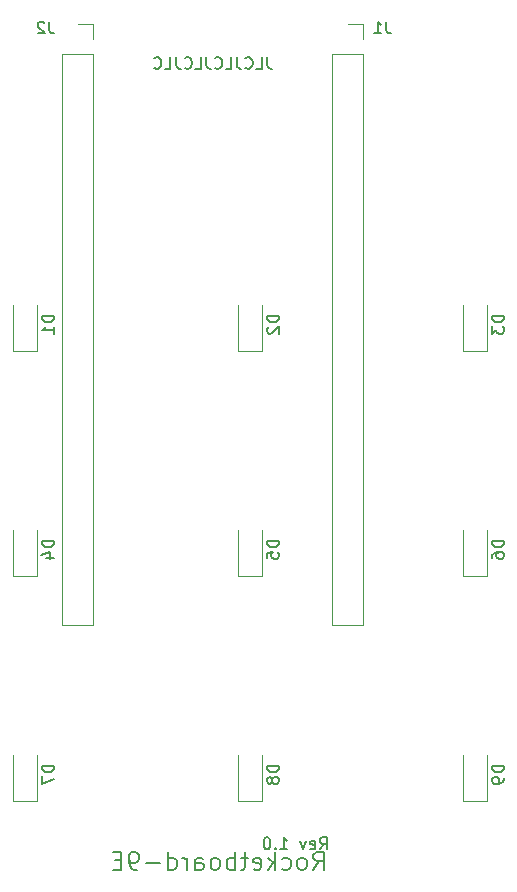
<source format=gbr>
%TF.GenerationSoftware,KiCad,Pcbnew,(5.1.6)-1*%
%TF.CreationDate,2021-09-03T02:09:39-07:00*%
%TF.ProjectId,Rocketboard-9E,526f636b-6574-4626-9f61-72642d39452e,1.0*%
%TF.SameCoordinates,Original*%
%TF.FileFunction,Legend,Bot*%
%TF.FilePolarity,Positive*%
%FSLAX46Y46*%
G04 Gerber Fmt 4.6, Leading zero omitted, Abs format (unit mm)*
G04 Created by KiCad (PCBNEW (5.1.6)-1) date 2021-09-03 02:09:39*
%MOMM*%
%LPD*%
G01*
G04 APERTURE LIST*
%ADD10C,0.200000*%
%ADD11C,0.120000*%
%ADD12C,0.150000*%
G04 APERTURE END LIST*
D10*
X137019047Y-61152380D02*
X137019047Y-61866666D01*
X137066666Y-62009523D01*
X137161904Y-62104761D01*
X137304761Y-62152380D01*
X137400000Y-62152380D01*
X136066666Y-62152380D02*
X136542857Y-62152380D01*
X136542857Y-61152380D01*
X135161904Y-62057142D02*
X135209523Y-62104761D01*
X135352380Y-62152380D01*
X135447619Y-62152380D01*
X135590476Y-62104761D01*
X135685714Y-62009523D01*
X135733333Y-61914285D01*
X135780952Y-61723809D01*
X135780952Y-61580952D01*
X135733333Y-61390476D01*
X135685714Y-61295238D01*
X135590476Y-61200000D01*
X135447619Y-61152380D01*
X135352380Y-61152380D01*
X135209523Y-61200000D01*
X135161904Y-61247619D01*
X134447619Y-61152380D02*
X134447619Y-61866666D01*
X134495238Y-62009523D01*
X134590476Y-62104761D01*
X134733333Y-62152380D01*
X134828571Y-62152380D01*
X133495238Y-62152380D02*
X133971428Y-62152380D01*
X133971428Y-61152380D01*
X132590476Y-62057142D02*
X132638095Y-62104761D01*
X132780952Y-62152380D01*
X132876190Y-62152380D01*
X133019047Y-62104761D01*
X133114285Y-62009523D01*
X133161904Y-61914285D01*
X133209523Y-61723809D01*
X133209523Y-61580952D01*
X133161904Y-61390476D01*
X133114285Y-61295238D01*
X133019047Y-61200000D01*
X132876190Y-61152380D01*
X132780952Y-61152380D01*
X132638095Y-61200000D01*
X132590476Y-61247619D01*
X131876190Y-61152380D02*
X131876190Y-61866666D01*
X131923809Y-62009523D01*
X132019047Y-62104761D01*
X132161904Y-62152380D01*
X132257142Y-62152380D01*
X130923809Y-62152380D02*
X131400000Y-62152380D01*
X131400000Y-61152380D01*
X130019047Y-62057142D02*
X130066666Y-62104761D01*
X130209523Y-62152380D01*
X130304761Y-62152380D01*
X130447619Y-62104761D01*
X130542857Y-62009523D01*
X130590476Y-61914285D01*
X130638095Y-61723809D01*
X130638095Y-61580952D01*
X130590476Y-61390476D01*
X130542857Y-61295238D01*
X130447619Y-61200000D01*
X130304761Y-61152380D01*
X130209523Y-61152380D01*
X130066666Y-61200000D01*
X130019047Y-61247619D01*
X129304761Y-61152380D02*
X129304761Y-61866666D01*
X129352380Y-62009523D01*
X129447619Y-62104761D01*
X129590476Y-62152380D01*
X129685714Y-62152380D01*
X128352380Y-62152380D02*
X128828571Y-62152380D01*
X128828571Y-61152380D01*
X127447619Y-62057142D02*
X127495238Y-62104761D01*
X127638095Y-62152380D01*
X127733333Y-62152380D01*
X127876190Y-62104761D01*
X127971428Y-62009523D01*
X128019047Y-61914285D01*
X128066666Y-61723809D01*
X128066666Y-61580952D01*
X128019047Y-61390476D01*
X127971428Y-61295238D01*
X127876190Y-61200000D01*
X127733333Y-61152380D01*
X127638095Y-61152380D01*
X127495238Y-61200000D01*
X127447619Y-61247619D01*
D11*
%TO.C,J2*%
X122300000Y-109260000D02*
X119640000Y-109260000D01*
X122300000Y-60940000D02*
X122300000Y-109260000D01*
X119640000Y-60940000D02*
X119640000Y-109260000D01*
X122300000Y-60940000D02*
X119640000Y-60940000D01*
X122300000Y-59670000D02*
X122300000Y-58340000D01*
X122300000Y-58340000D02*
X120970000Y-58340000D01*
%TO.C,J1*%
X145160000Y-109260000D02*
X142500000Y-109260000D01*
X145160000Y-60940000D02*
X145160000Y-109260000D01*
X142500000Y-60940000D02*
X142500000Y-109260000D01*
X145160000Y-60940000D02*
X142500000Y-60940000D01*
X145160000Y-59670000D02*
X145160000Y-58340000D01*
X145160000Y-58340000D02*
X143830000Y-58340000D01*
%TO.C,D9*%
X155600000Y-124150000D02*
X153600000Y-124150000D01*
X153600000Y-124150000D02*
X153600000Y-120250000D01*
X155600000Y-124150000D02*
X155600000Y-120250000D01*
%TO.C,D8*%
X136550000Y-124150000D02*
X134550000Y-124150000D01*
X134550000Y-124150000D02*
X134550000Y-120250000D01*
X136550000Y-124150000D02*
X136550000Y-120250000D01*
%TO.C,D7*%
X117500000Y-124150000D02*
X115500000Y-124150000D01*
X115500000Y-124150000D02*
X115500000Y-120250000D01*
X117500000Y-124150000D02*
X117500000Y-120250000D01*
%TO.C,D6*%
X155600000Y-105100000D02*
X153600000Y-105100000D01*
X153600000Y-105100000D02*
X153600000Y-101200000D01*
X155600000Y-105100000D02*
X155600000Y-101200000D01*
%TO.C,D5*%
X136550000Y-105100000D02*
X134550000Y-105100000D01*
X134550000Y-105100000D02*
X134550000Y-101200000D01*
X136550000Y-105100000D02*
X136550000Y-101200000D01*
%TO.C,D4*%
X117500000Y-105100000D02*
X115500000Y-105100000D01*
X115500000Y-105100000D02*
X115500000Y-101200000D01*
X117500000Y-105100000D02*
X117500000Y-101200000D01*
%TO.C,D3*%
X155600000Y-86050000D02*
X153600000Y-86050000D01*
X153600000Y-86050000D02*
X153600000Y-82150000D01*
X155600000Y-86050000D02*
X155600000Y-82150000D01*
%TO.C,D2*%
X136550000Y-86050000D02*
X134550000Y-86050000D01*
X134550000Y-86050000D02*
X134550000Y-82150000D01*
X136550000Y-86050000D02*
X136550000Y-82150000D01*
%TO.C,D1*%
X117500000Y-86050000D02*
X115500000Y-86050000D01*
X115500000Y-86050000D02*
X115500000Y-82150000D01*
X117500000Y-86050000D02*
X117500000Y-82150000D01*
%TO.C,REF\u002A\u002A*%
D10*
X140935714Y-129953571D02*
X141435714Y-129239285D01*
X141792857Y-129953571D02*
X141792857Y-128453571D01*
X141221428Y-128453571D01*
X141078571Y-128525000D01*
X141007142Y-128596428D01*
X140935714Y-128739285D01*
X140935714Y-128953571D01*
X141007142Y-129096428D01*
X141078571Y-129167857D01*
X141221428Y-129239285D01*
X141792857Y-129239285D01*
X140078571Y-129953571D02*
X140221428Y-129882142D01*
X140292857Y-129810714D01*
X140364285Y-129667857D01*
X140364285Y-129239285D01*
X140292857Y-129096428D01*
X140221428Y-129025000D01*
X140078571Y-128953571D01*
X139864285Y-128953571D01*
X139721428Y-129025000D01*
X139650000Y-129096428D01*
X139578571Y-129239285D01*
X139578571Y-129667857D01*
X139650000Y-129810714D01*
X139721428Y-129882142D01*
X139864285Y-129953571D01*
X140078571Y-129953571D01*
X138292857Y-129882142D02*
X138435714Y-129953571D01*
X138721428Y-129953571D01*
X138864285Y-129882142D01*
X138935714Y-129810714D01*
X139007142Y-129667857D01*
X139007142Y-129239285D01*
X138935714Y-129096428D01*
X138864285Y-129025000D01*
X138721428Y-128953571D01*
X138435714Y-128953571D01*
X138292857Y-129025000D01*
X137650000Y-129953571D02*
X137650000Y-128453571D01*
X137507142Y-129382142D02*
X137078571Y-129953571D01*
X137078571Y-128953571D02*
X137650000Y-129525000D01*
X135864285Y-129882142D02*
X136007142Y-129953571D01*
X136292857Y-129953571D01*
X136435714Y-129882142D01*
X136507142Y-129739285D01*
X136507142Y-129167857D01*
X136435714Y-129025000D01*
X136292857Y-128953571D01*
X136007142Y-128953571D01*
X135864285Y-129025000D01*
X135792857Y-129167857D01*
X135792857Y-129310714D01*
X136507142Y-129453571D01*
X135364285Y-128953571D02*
X134792857Y-128953571D01*
X135150000Y-128453571D02*
X135150000Y-129739285D01*
X135078571Y-129882142D01*
X134935714Y-129953571D01*
X134792857Y-129953571D01*
X134292857Y-129953571D02*
X134292857Y-128453571D01*
X134292857Y-129025000D02*
X134150000Y-128953571D01*
X133864285Y-128953571D01*
X133721428Y-129025000D01*
X133650000Y-129096428D01*
X133578571Y-129239285D01*
X133578571Y-129667857D01*
X133650000Y-129810714D01*
X133721428Y-129882142D01*
X133864285Y-129953571D01*
X134150000Y-129953571D01*
X134292857Y-129882142D01*
X132721428Y-129953571D02*
X132864285Y-129882142D01*
X132935714Y-129810714D01*
X133007142Y-129667857D01*
X133007142Y-129239285D01*
X132935714Y-129096428D01*
X132864285Y-129025000D01*
X132721428Y-128953571D01*
X132507142Y-128953571D01*
X132364285Y-129025000D01*
X132292857Y-129096428D01*
X132221428Y-129239285D01*
X132221428Y-129667857D01*
X132292857Y-129810714D01*
X132364285Y-129882142D01*
X132507142Y-129953571D01*
X132721428Y-129953571D01*
X130935714Y-129953571D02*
X130935714Y-129167857D01*
X131007142Y-129025000D01*
X131150000Y-128953571D01*
X131435714Y-128953571D01*
X131578571Y-129025000D01*
X130935714Y-129882142D02*
X131078571Y-129953571D01*
X131435714Y-129953571D01*
X131578571Y-129882142D01*
X131650000Y-129739285D01*
X131650000Y-129596428D01*
X131578571Y-129453571D01*
X131435714Y-129382142D01*
X131078571Y-129382142D01*
X130935714Y-129310714D01*
X130221428Y-129953571D02*
X130221428Y-128953571D01*
X130221428Y-129239285D02*
X130150000Y-129096428D01*
X130078571Y-129025000D01*
X129935714Y-128953571D01*
X129792857Y-128953571D01*
X128650000Y-129953571D02*
X128650000Y-128453571D01*
X128650000Y-129882142D02*
X128792857Y-129953571D01*
X129078571Y-129953571D01*
X129221428Y-129882142D01*
X129292857Y-129810714D01*
X129364285Y-129667857D01*
X129364285Y-129239285D01*
X129292857Y-129096428D01*
X129221428Y-129025000D01*
X129078571Y-128953571D01*
X128792857Y-128953571D01*
X128650000Y-129025000D01*
X127935714Y-129382142D02*
X126792857Y-129382142D01*
X126007142Y-129953571D02*
X125721428Y-129953571D01*
X125578571Y-129882142D01*
X125507142Y-129810714D01*
X125364285Y-129596428D01*
X125292857Y-129310714D01*
X125292857Y-128739285D01*
X125364285Y-128596428D01*
X125435714Y-128525000D01*
X125578571Y-128453571D01*
X125864285Y-128453571D01*
X126007142Y-128525000D01*
X126078571Y-128596428D01*
X126150000Y-128739285D01*
X126150000Y-129096428D01*
X126078571Y-129239285D01*
X126007142Y-129310714D01*
X125864285Y-129382142D01*
X125578571Y-129382142D01*
X125435714Y-129310714D01*
X125364285Y-129239285D01*
X125292857Y-129096428D01*
X124650000Y-129167857D02*
X124150000Y-129167857D01*
X123935714Y-129953571D02*
X124650000Y-129953571D01*
X124650000Y-128453571D01*
X123935714Y-128453571D01*
D12*
X141471428Y-128227380D02*
X141804761Y-127751190D01*
X142042857Y-128227380D02*
X142042857Y-127227380D01*
X141661904Y-127227380D01*
X141566666Y-127275000D01*
X141519047Y-127322619D01*
X141471428Y-127417857D01*
X141471428Y-127560714D01*
X141519047Y-127655952D01*
X141566666Y-127703571D01*
X141661904Y-127751190D01*
X142042857Y-127751190D01*
X140661904Y-128179761D02*
X140757142Y-128227380D01*
X140947619Y-128227380D01*
X141042857Y-128179761D01*
X141090476Y-128084523D01*
X141090476Y-127703571D01*
X141042857Y-127608333D01*
X140947619Y-127560714D01*
X140757142Y-127560714D01*
X140661904Y-127608333D01*
X140614285Y-127703571D01*
X140614285Y-127798809D01*
X141090476Y-127894047D01*
X140280952Y-127560714D02*
X140042857Y-128227380D01*
X139804761Y-127560714D01*
X138138095Y-128227380D02*
X138709523Y-128227380D01*
X138423809Y-128227380D02*
X138423809Y-127227380D01*
X138519047Y-127370238D01*
X138614285Y-127465476D01*
X138709523Y-127513095D01*
X137709523Y-128132142D02*
X137661904Y-128179761D01*
X137709523Y-128227380D01*
X137757142Y-128179761D01*
X137709523Y-128132142D01*
X137709523Y-128227380D01*
X137042857Y-127227380D02*
X136947619Y-127227380D01*
X136852380Y-127275000D01*
X136804761Y-127322619D01*
X136757142Y-127417857D01*
X136709523Y-127608333D01*
X136709523Y-127846428D01*
X136757142Y-128036904D01*
X136804761Y-128132142D01*
X136852380Y-128179761D01*
X136947619Y-128227380D01*
X137042857Y-128227380D01*
X137138095Y-128179761D01*
X137185714Y-128132142D01*
X137233333Y-128036904D01*
X137280952Y-127846428D01*
X137280952Y-127608333D01*
X137233333Y-127417857D01*
X137185714Y-127322619D01*
X137138095Y-127275000D01*
X137042857Y-127227380D01*
%TO.C,J2*%
X118573333Y-58152380D02*
X118573333Y-58866666D01*
X118620952Y-59009523D01*
X118716190Y-59104761D01*
X118859047Y-59152380D01*
X118954285Y-59152380D01*
X118144761Y-58247619D02*
X118097142Y-58200000D01*
X118001904Y-58152380D01*
X117763809Y-58152380D01*
X117668571Y-58200000D01*
X117620952Y-58247619D01*
X117573333Y-58342857D01*
X117573333Y-58438095D01*
X117620952Y-58580952D01*
X118192380Y-59152380D01*
X117573333Y-59152380D01*
%TO.C,J1*%
X147093333Y-58152380D02*
X147093333Y-58866666D01*
X147140952Y-59009523D01*
X147236190Y-59104761D01*
X147379047Y-59152380D01*
X147474285Y-59152380D01*
X146093333Y-59152380D02*
X146664761Y-59152380D01*
X146379047Y-59152380D02*
X146379047Y-58152380D01*
X146474285Y-58295238D01*
X146569523Y-58390476D01*
X146664761Y-58438095D01*
%TO.C,D9*%
X157052380Y-121161904D02*
X156052380Y-121161904D01*
X156052380Y-121400000D01*
X156100000Y-121542857D01*
X156195238Y-121638095D01*
X156290476Y-121685714D01*
X156480952Y-121733333D01*
X156623809Y-121733333D01*
X156814285Y-121685714D01*
X156909523Y-121638095D01*
X157004761Y-121542857D01*
X157052380Y-121400000D01*
X157052380Y-121161904D01*
X157052380Y-122209523D02*
X157052380Y-122400000D01*
X157004761Y-122495238D01*
X156957142Y-122542857D01*
X156814285Y-122638095D01*
X156623809Y-122685714D01*
X156242857Y-122685714D01*
X156147619Y-122638095D01*
X156100000Y-122590476D01*
X156052380Y-122495238D01*
X156052380Y-122304761D01*
X156100000Y-122209523D01*
X156147619Y-122161904D01*
X156242857Y-122114285D01*
X156480952Y-122114285D01*
X156576190Y-122161904D01*
X156623809Y-122209523D01*
X156671428Y-122304761D01*
X156671428Y-122495238D01*
X156623809Y-122590476D01*
X156576190Y-122638095D01*
X156480952Y-122685714D01*
%TO.C,D8*%
X138002380Y-121161904D02*
X137002380Y-121161904D01*
X137002380Y-121400000D01*
X137050000Y-121542857D01*
X137145238Y-121638095D01*
X137240476Y-121685714D01*
X137430952Y-121733333D01*
X137573809Y-121733333D01*
X137764285Y-121685714D01*
X137859523Y-121638095D01*
X137954761Y-121542857D01*
X138002380Y-121400000D01*
X138002380Y-121161904D01*
X137430952Y-122304761D02*
X137383333Y-122209523D01*
X137335714Y-122161904D01*
X137240476Y-122114285D01*
X137192857Y-122114285D01*
X137097619Y-122161904D01*
X137050000Y-122209523D01*
X137002380Y-122304761D01*
X137002380Y-122495238D01*
X137050000Y-122590476D01*
X137097619Y-122638095D01*
X137192857Y-122685714D01*
X137240476Y-122685714D01*
X137335714Y-122638095D01*
X137383333Y-122590476D01*
X137430952Y-122495238D01*
X137430952Y-122304761D01*
X137478571Y-122209523D01*
X137526190Y-122161904D01*
X137621428Y-122114285D01*
X137811904Y-122114285D01*
X137907142Y-122161904D01*
X137954761Y-122209523D01*
X138002380Y-122304761D01*
X138002380Y-122495238D01*
X137954761Y-122590476D01*
X137907142Y-122638095D01*
X137811904Y-122685714D01*
X137621428Y-122685714D01*
X137526190Y-122638095D01*
X137478571Y-122590476D01*
X137430952Y-122495238D01*
%TO.C,D7*%
X118952380Y-121161904D02*
X117952380Y-121161904D01*
X117952380Y-121400000D01*
X118000000Y-121542857D01*
X118095238Y-121638095D01*
X118190476Y-121685714D01*
X118380952Y-121733333D01*
X118523809Y-121733333D01*
X118714285Y-121685714D01*
X118809523Y-121638095D01*
X118904761Y-121542857D01*
X118952380Y-121400000D01*
X118952380Y-121161904D01*
X117952380Y-122066666D02*
X117952380Y-122733333D01*
X118952380Y-122304761D01*
%TO.C,D6*%
X157052380Y-102111904D02*
X156052380Y-102111904D01*
X156052380Y-102350000D01*
X156100000Y-102492857D01*
X156195238Y-102588095D01*
X156290476Y-102635714D01*
X156480952Y-102683333D01*
X156623809Y-102683333D01*
X156814285Y-102635714D01*
X156909523Y-102588095D01*
X157004761Y-102492857D01*
X157052380Y-102350000D01*
X157052380Y-102111904D01*
X156052380Y-103540476D02*
X156052380Y-103350000D01*
X156100000Y-103254761D01*
X156147619Y-103207142D01*
X156290476Y-103111904D01*
X156480952Y-103064285D01*
X156861904Y-103064285D01*
X156957142Y-103111904D01*
X157004761Y-103159523D01*
X157052380Y-103254761D01*
X157052380Y-103445238D01*
X157004761Y-103540476D01*
X156957142Y-103588095D01*
X156861904Y-103635714D01*
X156623809Y-103635714D01*
X156528571Y-103588095D01*
X156480952Y-103540476D01*
X156433333Y-103445238D01*
X156433333Y-103254761D01*
X156480952Y-103159523D01*
X156528571Y-103111904D01*
X156623809Y-103064285D01*
%TO.C,D5*%
X138002380Y-102111904D02*
X137002380Y-102111904D01*
X137002380Y-102350000D01*
X137050000Y-102492857D01*
X137145238Y-102588095D01*
X137240476Y-102635714D01*
X137430952Y-102683333D01*
X137573809Y-102683333D01*
X137764285Y-102635714D01*
X137859523Y-102588095D01*
X137954761Y-102492857D01*
X138002380Y-102350000D01*
X138002380Y-102111904D01*
X137002380Y-103588095D02*
X137002380Y-103111904D01*
X137478571Y-103064285D01*
X137430952Y-103111904D01*
X137383333Y-103207142D01*
X137383333Y-103445238D01*
X137430952Y-103540476D01*
X137478571Y-103588095D01*
X137573809Y-103635714D01*
X137811904Y-103635714D01*
X137907142Y-103588095D01*
X137954761Y-103540476D01*
X138002380Y-103445238D01*
X138002380Y-103207142D01*
X137954761Y-103111904D01*
X137907142Y-103064285D01*
%TO.C,D4*%
X118952380Y-102111904D02*
X117952380Y-102111904D01*
X117952380Y-102350000D01*
X118000000Y-102492857D01*
X118095238Y-102588095D01*
X118190476Y-102635714D01*
X118380952Y-102683333D01*
X118523809Y-102683333D01*
X118714285Y-102635714D01*
X118809523Y-102588095D01*
X118904761Y-102492857D01*
X118952380Y-102350000D01*
X118952380Y-102111904D01*
X118285714Y-103540476D02*
X118952380Y-103540476D01*
X117904761Y-103302380D02*
X118619047Y-103064285D01*
X118619047Y-103683333D01*
%TO.C,D3*%
X157052380Y-83061904D02*
X156052380Y-83061904D01*
X156052380Y-83300000D01*
X156100000Y-83442857D01*
X156195238Y-83538095D01*
X156290476Y-83585714D01*
X156480952Y-83633333D01*
X156623809Y-83633333D01*
X156814285Y-83585714D01*
X156909523Y-83538095D01*
X157004761Y-83442857D01*
X157052380Y-83300000D01*
X157052380Y-83061904D01*
X156052380Y-83966666D02*
X156052380Y-84585714D01*
X156433333Y-84252380D01*
X156433333Y-84395238D01*
X156480952Y-84490476D01*
X156528571Y-84538095D01*
X156623809Y-84585714D01*
X156861904Y-84585714D01*
X156957142Y-84538095D01*
X157004761Y-84490476D01*
X157052380Y-84395238D01*
X157052380Y-84109523D01*
X157004761Y-84014285D01*
X156957142Y-83966666D01*
%TO.C,D2*%
X138002380Y-83061904D02*
X137002380Y-83061904D01*
X137002380Y-83300000D01*
X137050000Y-83442857D01*
X137145238Y-83538095D01*
X137240476Y-83585714D01*
X137430952Y-83633333D01*
X137573809Y-83633333D01*
X137764285Y-83585714D01*
X137859523Y-83538095D01*
X137954761Y-83442857D01*
X138002380Y-83300000D01*
X138002380Y-83061904D01*
X137097619Y-84014285D02*
X137050000Y-84061904D01*
X137002380Y-84157142D01*
X137002380Y-84395238D01*
X137050000Y-84490476D01*
X137097619Y-84538095D01*
X137192857Y-84585714D01*
X137288095Y-84585714D01*
X137430952Y-84538095D01*
X138002380Y-83966666D01*
X138002380Y-84585714D01*
%TO.C,D1*%
X118952380Y-83061904D02*
X117952380Y-83061904D01*
X117952380Y-83300000D01*
X118000000Y-83442857D01*
X118095238Y-83538095D01*
X118190476Y-83585714D01*
X118380952Y-83633333D01*
X118523809Y-83633333D01*
X118714285Y-83585714D01*
X118809523Y-83538095D01*
X118904761Y-83442857D01*
X118952380Y-83300000D01*
X118952380Y-83061904D01*
X118952380Y-84585714D02*
X118952380Y-84014285D01*
X118952380Y-84300000D02*
X117952380Y-84300000D01*
X118095238Y-84204761D01*
X118190476Y-84109523D01*
X118238095Y-84014285D01*
%TD*%
M02*

</source>
